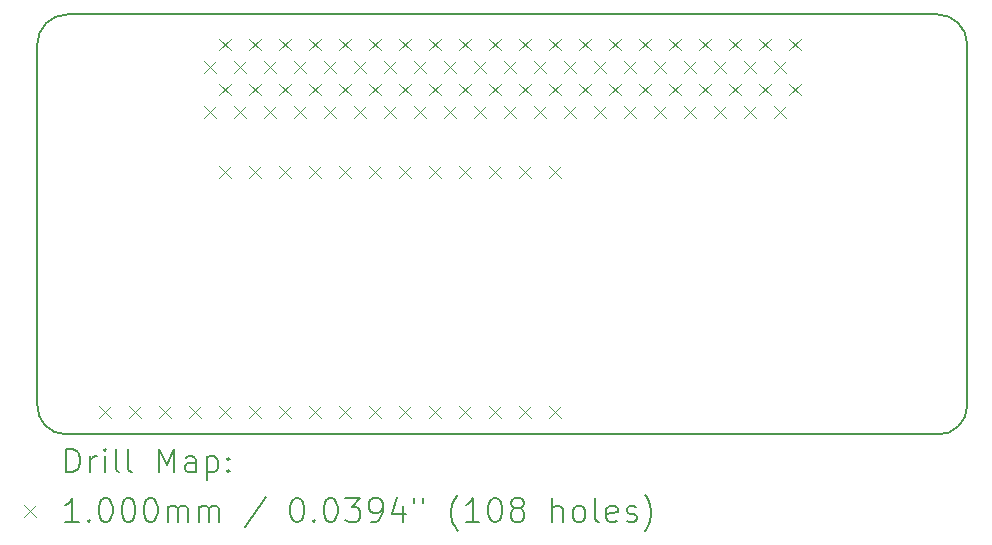
<source format=gbr>
%FSLAX45Y45*%
G04 Gerber Fmt 4.5, Leading zero omitted, Abs format (unit mm)*
G04 Created by KiCad (PCBNEW (6.0.5-0)) date 2022-06-07 21:39:39*
%MOMM*%
%LPD*%
G01*
G04 APERTURE LIST*
%TA.AperFunction,Profile*%
%ADD10C,0.150000*%
%TD*%
%TA.AperFunction,Profile*%
%ADD11C,0.200000*%
%TD*%
%ADD12C,0.200000*%
%ADD13C,0.100000*%
G04 APERTURE END LIST*
D10*
X12763500Y-9969500D02*
G75*
G03*
X13017500Y-9726395I10661J243105D01*
G01*
X5397500Y-6413500D02*
G75*
G03*
X5143500Y-6667500I0J-254000D01*
G01*
D11*
X13017500Y-6667500D02*
X13017500Y-9726395D01*
D10*
X13017500Y-6667500D02*
G75*
G03*
X12763500Y-6413500I-254000J0D01*
G01*
D11*
X12763500Y-9969500D02*
X5386605Y-9969500D01*
D10*
X5143500Y-9715500D02*
G75*
G03*
X5386605Y-9969500I243105J-10661D01*
G01*
D11*
X5397500Y-6413500D02*
X12763500Y-6413500D01*
X5143500Y-9715500D02*
X5143500Y-6667500D01*
D12*
D13*
X5665000Y-9729000D02*
X5765000Y-9829000D01*
X5765000Y-9729000D02*
X5665000Y-9829000D01*
X5919000Y-9729000D02*
X6019000Y-9829000D01*
X6019000Y-9729000D02*
X5919000Y-9829000D01*
X6173000Y-9729000D02*
X6273000Y-9829000D01*
X6273000Y-9729000D02*
X6173000Y-9829000D01*
X6427000Y-9729000D02*
X6527000Y-9829000D01*
X6527000Y-9729000D02*
X6427000Y-9829000D01*
X6554000Y-6809000D02*
X6654000Y-6909000D01*
X6654000Y-6809000D02*
X6554000Y-6909000D01*
X6554000Y-7189000D02*
X6654000Y-7289000D01*
X6654000Y-7189000D02*
X6554000Y-7289000D01*
X6681000Y-6619000D02*
X6781000Y-6719000D01*
X6781000Y-6619000D02*
X6681000Y-6719000D01*
X6681000Y-6999000D02*
X6781000Y-7099000D01*
X6781000Y-6999000D02*
X6681000Y-7099000D01*
X6681000Y-7697000D02*
X6781000Y-7797000D01*
X6781000Y-7697000D02*
X6681000Y-7797000D01*
X6681000Y-9729000D02*
X6781000Y-9829000D01*
X6781000Y-9729000D02*
X6681000Y-9829000D01*
X6808000Y-6809000D02*
X6908000Y-6909000D01*
X6908000Y-6809000D02*
X6808000Y-6909000D01*
X6808000Y-7189000D02*
X6908000Y-7289000D01*
X6908000Y-7189000D02*
X6808000Y-7289000D01*
X6935000Y-6619000D02*
X7035000Y-6719000D01*
X7035000Y-6619000D02*
X6935000Y-6719000D01*
X6935000Y-6999000D02*
X7035000Y-7099000D01*
X7035000Y-6999000D02*
X6935000Y-7099000D01*
X6935000Y-7697000D02*
X7035000Y-7797000D01*
X7035000Y-7697000D02*
X6935000Y-7797000D01*
X6935000Y-9729000D02*
X7035000Y-9829000D01*
X7035000Y-9729000D02*
X6935000Y-9829000D01*
X7062000Y-6809000D02*
X7162000Y-6909000D01*
X7162000Y-6809000D02*
X7062000Y-6909000D01*
X7062000Y-7189000D02*
X7162000Y-7289000D01*
X7162000Y-7189000D02*
X7062000Y-7289000D01*
X7189000Y-6619000D02*
X7289000Y-6719000D01*
X7289000Y-6619000D02*
X7189000Y-6719000D01*
X7189000Y-6999000D02*
X7289000Y-7099000D01*
X7289000Y-6999000D02*
X7189000Y-7099000D01*
X7189000Y-7697000D02*
X7289000Y-7797000D01*
X7289000Y-7697000D02*
X7189000Y-7797000D01*
X7189000Y-9729000D02*
X7289000Y-9829000D01*
X7289000Y-9729000D02*
X7189000Y-9829000D01*
X7316000Y-6809000D02*
X7416000Y-6909000D01*
X7416000Y-6809000D02*
X7316000Y-6909000D01*
X7316000Y-7189000D02*
X7416000Y-7289000D01*
X7416000Y-7189000D02*
X7316000Y-7289000D01*
X7443000Y-6619000D02*
X7543000Y-6719000D01*
X7543000Y-6619000D02*
X7443000Y-6719000D01*
X7443000Y-6999000D02*
X7543000Y-7099000D01*
X7543000Y-6999000D02*
X7443000Y-7099000D01*
X7443000Y-7697000D02*
X7543000Y-7797000D01*
X7543000Y-7697000D02*
X7443000Y-7797000D01*
X7443000Y-9729000D02*
X7543000Y-9829000D01*
X7543000Y-9729000D02*
X7443000Y-9829000D01*
X7570000Y-6809000D02*
X7670000Y-6909000D01*
X7670000Y-6809000D02*
X7570000Y-6909000D01*
X7570000Y-7189000D02*
X7670000Y-7289000D01*
X7670000Y-7189000D02*
X7570000Y-7289000D01*
X7697000Y-6619000D02*
X7797000Y-6719000D01*
X7797000Y-6619000D02*
X7697000Y-6719000D01*
X7697000Y-6999000D02*
X7797000Y-7099000D01*
X7797000Y-6999000D02*
X7697000Y-7099000D01*
X7697000Y-7697000D02*
X7797000Y-7797000D01*
X7797000Y-7697000D02*
X7697000Y-7797000D01*
X7697000Y-9729000D02*
X7797000Y-9829000D01*
X7797000Y-9729000D02*
X7697000Y-9829000D01*
X7824000Y-6809000D02*
X7924000Y-6909000D01*
X7924000Y-6809000D02*
X7824000Y-6909000D01*
X7824000Y-7189000D02*
X7924000Y-7289000D01*
X7924000Y-7189000D02*
X7824000Y-7289000D01*
X7951000Y-6619000D02*
X8051000Y-6719000D01*
X8051000Y-6619000D02*
X7951000Y-6719000D01*
X7951000Y-6999000D02*
X8051000Y-7099000D01*
X8051000Y-6999000D02*
X7951000Y-7099000D01*
X7951000Y-7697000D02*
X8051000Y-7797000D01*
X8051000Y-7697000D02*
X7951000Y-7797000D01*
X7951000Y-9729000D02*
X8051000Y-9829000D01*
X8051000Y-9729000D02*
X7951000Y-9829000D01*
X8078000Y-6809000D02*
X8178000Y-6909000D01*
X8178000Y-6809000D02*
X8078000Y-6909000D01*
X8078000Y-7189000D02*
X8178000Y-7289000D01*
X8178000Y-7189000D02*
X8078000Y-7289000D01*
X8205000Y-6619000D02*
X8305000Y-6719000D01*
X8305000Y-6619000D02*
X8205000Y-6719000D01*
X8205000Y-6999000D02*
X8305000Y-7099000D01*
X8305000Y-6999000D02*
X8205000Y-7099000D01*
X8205000Y-7697000D02*
X8305000Y-7797000D01*
X8305000Y-7697000D02*
X8205000Y-7797000D01*
X8205000Y-9729000D02*
X8305000Y-9829000D01*
X8305000Y-9729000D02*
X8205000Y-9829000D01*
X8332000Y-6809000D02*
X8432000Y-6909000D01*
X8432000Y-6809000D02*
X8332000Y-6909000D01*
X8332000Y-7189000D02*
X8432000Y-7289000D01*
X8432000Y-7189000D02*
X8332000Y-7289000D01*
X8459000Y-6619000D02*
X8559000Y-6719000D01*
X8559000Y-6619000D02*
X8459000Y-6719000D01*
X8459000Y-6999000D02*
X8559000Y-7099000D01*
X8559000Y-6999000D02*
X8459000Y-7099000D01*
X8459000Y-7697000D02*
X8559000Y-7797000D01*
X8559000Y-7697000D02*
X8459000Y-7797000D01*
X8459000Y-9729000D02*
X8559000Y-9829000D01*
X8559000Y-9729000D02*
X8459000Y-9829000D01*
X8586000Y-6809000D02*
X8686000Y-6909000D01*
X8686000Y-6809000D02*
X8586000Y-6909000D01*
X8586000Y-7189000D02*
X8686000Y-7289000D01*
X8686000Y-7189000D02*
X8586000Y-7289000D01*
X8713000Y-6619000D02*
X8813000Y-6719000D01*
X8813000Y-6619000D02*
X8713000Y-6719000D01*
X8713000Y-6999000D02*
X8813000Y-7099000D01*
X8813000Y-6999000D02*
X8713000Y-7099000D01*
X8713000Y-7697000D02*
X8813000Y-7797000D01*
X8813000Y-7697000D02*
X8713000Y-7797000D01*
X8713000Y-9729000D02*
X8813000Y-9829000D01*
X8813000Y-9729000D02*
X8713000Y-9829000D01*
X8840000Y-6809000D02*
X8940000Y-6909000D01*
X8940000Y-6809000D02*
X8840000Y-6909000D01*
X8840000Y-7189000D02*
X8940000Y-7289000D01*
X8940000Y-7189000D02*
X8840000Y-7289000D01*
X8967000Y-6619000D02*
X9067000Y-6719000D01*
X9067000Y-6619000D02*
X8967000Y-6719000D01*
X8967000Y-6999000D02*
X9067000Y-7099000D01*
X9067000Y-6999000D02*
X8967000Y-7099000D01*
X8967000Y-7697000D02*
X9067000Y-7797000D01*
X9067000Y-7697000D02*
X8967000Y-7797000D01*
X8967000Y-9729000D02*
X9067000Y-9829000D01*
X9067000Y-9729000D02*
X8967000Y-9829000D01*
X9094000Y-6809000D02*
X9194000Y-6909000D01*
X9194000Y-6809000D02*
X9094000Y-6909000D01*
X9094000Y-7189000D02*
X9194000Y-7289000D01*
X9194000Y-7189000D02*
X9094000Y-7289000D01*
X9221000Y-6619000D02*
X9321000Y-6719000D01*
X9321000Y-6619000D02*
X9221000Y-6719000D01*
X9221000Y-6999000D02*
X9321000Y-7099000D01*
X9321000Y-6999000D02*
X9221000Y-7099000D01*
X9221000Y-7697000D02*
X9321000Y-7797000D01*
X9321000Y-7697000D02*
X9221000Y-7797000D01*
X9221000Y-9729000D02*
X9321000Y-9829000D01*
X9321000Y-9729000D02*
X9221000Y-9829000D01*
X9348000Y-6809000D02*
X9448000Y-6909000D01*
X9448000Y-6809000D02*
X9348000Y-6909000D01*
X9348000Y-7189000D02*
X9448000Y-7289000D01*
X9448000Y-7189000D02*
X9348000Y-7289000D01*
X9475000Y-6619000D02*
X9575000Y-6719000D01*
X9575000Y-6619000D02*
X9475000Y-6719000D01*
X9475000Y-6999000D02*
X9575000Y-7099000D01*
X9575000Y-6999000D02*
X9475000Y-7099000D01*
X9475000Y-7697000D02*
X9575000Y-7797000D01*
X9575000Y-7697000D02*
X9475000Y-7797000D01*
X9475000Y-9729000D02*
X9575000Y-9829000D01*
X9575000Y-9729000D02*
X9475000Y-9829000D01*
X9602000Y-6809000D02*
X9702000Y-6909000D01*
X9702000Y-6809000D02*
X9602000Y-6909000D01*
X9602000Y-7189000D02*
X9702000Y-7289000D01*
X9702000Y-7189000D02*
X9602000Y-7289000D01*
X9729000Y-6619000D02*
X9829000Y-6719000D01*
X9829000Y-6619000D02*
X9729000Y-6719000D01*
X9729000Y-6999000D02*
X9829000Y-7099000D01*
X9829000Y-6999000D02*
X9729000Y-7099000D01*
X9856000Y-6809000D02*
X9956000Y-6909000D01*
X9956000Y-6809000D02*
X9856000Y-6909000D01*
X9856000Y-7189000D02*
X9956000Y-7289000D01*
X9956000Y-7189000D02*
X9856000Y-7289000D01*
X9983000Y-6619000D02*
X10083000Y-6719000D01*
X10083000Y-6619000D02*
X9983000Y-6719000D01*
X9983000Y-6999000D02*
X10083000Y-7099000D01*
X10083000Y-6999000D02*
X9983000Y-7099000D01*
X10110000Y-6809000D02*
X10210000Y-6909000D01*
X10210000Y-6809000D02*
X10110000Y-6909000D01*
X10110000Y-7189000D02*
X10210000Y-7289000D01*
X10210000Y-7189000D02*
X10110000Y-7289000D01*
X10237000Y-6619000D02*
X10337000Y-6719000D01*
X10337000Y-6619000D02*
X10237000Y-6719000D01*
X10237000Y-6999000D02*
X10337000Y-7099000D01*
X10337000Y-6999000D02*
X10237000Y-7099000D01*
X10364000Y-6809000D02*
X10464000Y-6909000D01*
X10464000Y-6809000D02*
X10364000Y-6909000D01*
X10364000Y-7189000D02*
X10464000Y-7289000D01*
X10464000Y-7189000D02*
X10364000Y-7289000D01*
X10491000Y-6619000D02*
X10591000Y-6719000D01*
X10591000Y-6619000D02*
X10491000Y-6719000D01*
X10491000Y-6999000D02*
X10591000Y-7099000D01*
X10591000Y-6999000D02*
X10491000Y-7099000D01*
X10618000Y-6809000D02*
X10718000Y-6909000D01*
X10718000Y-6809000D02*
X10618000Y-6909000D01*
X10618000Y-7189000D02*
X10718000Y-7289000D01*
X10718000Y-7189000D02*
X10618000Y-7289000D01*
X10745000Y-6619000D02*
X10845000Y-6719000D01*
X10845000Y-6619000D02*
X10745000Y-6719000D01*
X10745000Y-6999000D02*
X10845000Y-7099000D01*
X10845000Y-6999000D02*
X10745000Y-7099000D01*
X10872000Y-6809000D02*
X10972000Y-6909000D01*
X10972000Y-6809000D02*
X10872000Y-6909000D01*
X10872000Y-7189000D02*
X10972000Y-7289000D01*
X10972000Y-7189000D02*
X10872000Y-7289000D01*
X10999000Y-6619000D02*
X11099000Y-6719000D01*
X11099000Y-6619000D02*
X10999000Y-6719000D01*
X10999000Y-6999000D02*
X11099000Y-7099000D01*
X11099000Y-6999000D02*
X10999000Y-7099000D01*
X11126000Y-6809000D02*
X11226000Y-6909000D01*
X11226000Y-6809000D02*
X11126000Y-6909000D01*
X11126000Y-7189000D02*
X11226000Y-7289000D01*
X11226000Y-7189000D02*
X11126000Y-7289000D01*
X11253000Y-6619000D02*
X11353000Y-6719000D01*
X11353000Y-6619000D02*
X11253000Y-6719000D01*
X11253000Y-6999000D02*
X11353000Y-7099000D01*
X11353000Y-6999000D02*
X11253000Y-7099000D01*
X11380000Y-6809000D02*
X11480000Y-6909000D01*
X11480000Y-6809000D02*
X11380000Y-6909000D01*
X11380000Y-7189000D02*
X11480000Y-7289000D01*
X11480000Y-7189000D02*
X11380000Y-7289000D01*
X11507000Y-6619000D02*
X11607000Y-6719000D01*
X11607000Y-6619000D02*
X11507000Y-6719000D01*
X11507000Y-6999000D02*
X11607000Y-7099000D01*
X11607000Y-6999000D02*
X11507000Y-7099000D01*
D12*
X5391119Y-10289976D02*
X5391119Y-10089976D01*
X5438738Y-10089976D01*
X5467310Y-10099500D01*
X5486357Y-10118548D01*
X5495881Y-10137595D01*
X5505405Y-10175690D01*
X5505405Y-10204262D01*
X5495881Y-10242357D01*
X5486357Y-10261405D01*
X5467310Y-10280452D01*
X5438738Y-10289976D01*
X5391119Y-10289976D01*
X5591119Y-10289976D02*
X5591119Y-10156643D01*
X5591119Y-10194738D02*
X5600643Y-10175690D01*
X5610167Y-10166167D01*
X5629214Y-10156643D01*
X5648262Y-10156643D01*
X5714928Y-10289976D02*
X5714928Y-10156643D01*
X5714928Y-10089976D02*
X5705405Y-10099500D01*
X5714928Y-10109024D01*
X5724452Y-10099500D01*
X5714928Y-10089976D01*
X5714928Y-10109024D01*
X5838738Y-10289976D02*
X5819690Y-10280452D01*
X5810167Y-10261405D01*
X5810167Y-10089976D01*
X5943500Y-10289976D02*
X5924452Y-10280452D01*
X5914928Y-10261405D01*
X5914928Y-10089976D01*
X6172071Y-10289976D02*
X6172071Y-10089976D01*
X6238738Y-10232833D01*
X6305405Y-10089976D01*
X6305405Y-10289976D01*
X6486357Y-10289976D02*
X6486357Y-10185214D01*
X6476833Y-10166167D01*
X6457786Y-10156643D01*
X6419690Y-10156643D01*
X6400643Y-10166167D01*
X6486357Y-10280452D02*
X6467309Y-10289976D01*
X6419690Y-10289976D01*
X6400643Y-10280452D01*
X6391119Y-10261405D01*
X6391119Y-10242357D01*
X6400643Y-10223310D01*
X6419690Y-10213786D01*
X6467309Y-10213786D01*
X6486357Y-10204262D01*
X6581595Y-10156643D02*
X6581595Y-10356643D01*
X6581595Y-10166167D02*
X6600643Y-10156643D01*
X6638738Y-10156643D01*
X6657786Y-10166167D01*
X6667309Y-10175690D01*
X6676833Y-10194738D01*
X6676833Y-10251881D01*
X6667309Y-10270929D01*
X6657786Y-10280452D01*
X6638738Y-10289976D01*
X6600643Y-10289976D01*
X6581595Y-10280452D01*
X6762548Y-10270929D02*
X6772071Y-10280452D01*
X6762548Y-10289976D01*
X6753024Y-10280452D01*
X6762548Y-10270929D01*
X6762548Y-10289976D01*
X6762548Y-10166167D02*
X6772071Y-10175690D01*
X6762548Y-10185214D01*
X6753024Y-10175690D01*
X6762548Y-10166167D01*
X6762548Y-10185214D01*
D13*
X5033500Y-10569500D02*
X5133500Y-10669500D01*
X5133500Y-10569500D02*
X5033500Y-10669500D01*
D12*
X5495881Y-10709976D02*
X5381595Y-10709976D01*
X5438738Y-10709976D02*
X5438738Y-10509976D01*
X5419690Y-10538548D01*
X5400643Y-10557595D01*
X5381595Y-10567119D01*
X5581595Y-10690929D02*
X5591119Y-10700452D01*
X5581595Y-10709976D01*
X5572071Y-10700452D01*
X5581595Y-10690929D01*
X5581595Y-10709976D01*
X5714928Y-10509976D02*
X5733976Y-10509976D01*
X5753024Y-10519500D01*
X5762548Y-10529024D01*
X5772071Y-10548071D01*
X5781595Y-10586167D01*
X5781595Y-10633786D01*
X5772071Y-10671881D01*
X5762548Y-10690929D01*
X5753024Y-10700452D01*
X5733976Y-10709976D01*
X5714928Y-10709976D01*
X5695881Y-10700452D01*
X5686357Y-10690929D01*
X5676833Y-10671881D01*
X5667309Y-10633786D01*
X5667309Y-10586167D01*
X5676833Y-10548071D01*
X5686357Y-10529024D01*
X5695881Y-10519500D01*
X5714928Y-10509976D01*
X5905405Y-10509976D02*
X5924452Y-10509976D01*
X5943500Y-10519500D01*
X5953024Y-10529024D01*
X5962548Y-10548071D01*
X5972071Y-10586167D01*
X5972071Y-10633786D01*
X5962548Y-10671881D01*
X5953024Y-10690929D01*
X5943500Y-10700452D01*
X5924452Y-10709976D01*
X5905405Y-10709976D01*
X5886357Y-10700452D01*
X5876833Y-10690929D01*
X5867309Y-10671881D01*
X5857786Y-10633786D01*
X5857786Y-10586167D01*
X5867309Y-10548071D01*
X5876833Y-10529024D01*
X5886357Y-10519500D01*
X5905405Y-10509976D01*
X6095881Y-10509976D02*
X6114928Y-10509976D01*
X6133976Y-10519500D01*
X6143500Y-10529024D01*
X6153024Y-10548071D01*
X6162548Y-10586167D01*
X6162548Y-10633786D01*
X6153024Y-10671881D01*
X6143500Y-10690929D01*
X6133976Y-10700452D01*
X6114928Y-10709976D01*
X6095881Y-10709976D01*
X6076833Y-10700452D01*
X6067309Y-10690929D01*
X6057786Y-10671881D01*
X6048262Y-10633786D01*
X6048262Y-10586167D01*
X6057786Y-10548071D01*
X6067309Y-10529024D01*
X6076833Y-10519500D01*
X6095881Y-10509976D01*
X6248262Y-10709976D02*
X6248262Y-10576643D01*
X6248262Y-10595690D02*
X6257786Y-10586167D01*
X6276833Y-10576643D01*
X6305405Y-10576643D01*
X6324452Y-10586167D01*
X6333976Y-10605214D01*
X6333976Y-10709976D01*
X6333976Y-10605214D02*
X6343500Y-10586167D01*
X6362548Y-10576643D01*
X6391119Y-10576643D01*
X6410167Y-10586167D01*
X6419690Y-10605214D01*
X6419690Y-10709976D01*
X6514928Y-10709976D02*
X6514928Y-10576643D01*
X6514928Y-10595690D02*
X6524452Y-10586167D01*
X6543500Y-10576643D01*
X6572071Y-10576643D01*
X6591119Y-10586167D01*
X6600643Y-10605214D01*
X6600643Y-10709976D01*
X6600643Y-10605214D02*
X6610167Y-10586167D01*
X6629214Y-10576643D01*
X6657786Y-10576643D01*
X6676833Y-10586167D01*
X6686357Y-10605214D01*
X6686357Y-10709976D01*
X7076833Y-10500452D02*
X6905405Y-10757595D01*
X7333976Y-10509976D02*
X7353024Y-10509976D01*
X7372071Y-10519500D01*
X7381595Y-10529024D01*
X7391119Y-10548071D01*
X7400643Y-10586167D01*
X7400643Y-10633786D01*
X7391119Y-10671881D01*
X7381595Y-10690929D01*
X7372071Y-10700452D01*
X7353024Y-10709976D01*
X7333976Y-10709976D01*
X7314928Y-10700452D01*
X7305405Y-10690929D01*
X7295881Y-10671881D01*
X7286357Y-10633786D01*
X7286357Y-10586167D01*
X7295881Y-10548071D01*
X7305405Y-10529024D01*
X7314928Y-10519500D01*
X7333976Y-10509976D01*
X7486357Y-10690929D02*
X7495881Y-10700452D01*
X7486357Y-10709976D01*
X7476833Y-10700452D01*
X7486357Y-10690929D01*
X7486357Y-10709976D01*
X7619690Y-10509976D02*
X7638738Y-10509976D01*
X7657786Y-10519500D01*
X7667309Y-10529024D01*
X7676833Y-10548071D01*
X7686357Y-10586167D01*
X7686357Y-10633786D01*
X7676833Y-10671881D01*
X7667309Y-10690929D01*
X7657786Y-10700452D01*
X7638738Y-10709976D01*
X7619690Y-10709976D01*
X7600643Y-10700452D01*
X7591119Y-10690929D01*
X7581595Y-10671881D01*
X7572071Y-10633786D01*
X7572071Y-10586167D01*
X7581595Y-10548071D01*
X7591119Y-10529024D01*
X7600643Y-10519500D01*
X7619690Y-10509976D01*
X7753024Y-10509976D02*
X7876833Y-10509976D01*
X7810167Y-10586167D01*
X7838738Y-10586167D01*
X7857786Y-10595690D01*
X7867309Y-10605214D01*
X7876833Y-10624262D01*
X7876833Y-10671881D01*
X7867309Y-10690929D01*
X7857786Y-10700452D01*
X7838738Y-10709976D01*
X7781595Y-10709976D01*
X7762548Y-10700452D01*
X7753024Y-10690929D01*
X7972071Y-10709976D02*
X8010167Y-10709976D01*
X8029214Y-10700452D01*
X8038738Y-10690929D01*
X8057786Y-10662357D01*
X8067309Y-10624262D01*
X8067309Y-10548071D01*
X8057786Y-10529024D01*
X8048262Y-10519500D01*
X8029214Y-10509976D01*
X7991119Y-10509976D01*
X7972071Y-10519500D01*
X7962548Y-10529024D01*
X7953024Y-10548071D01*
X7953024Y-10595690D01*
X7962548Y-10614738D01*
X7972071Y-10624262D01*
X7991119Y-10633786D01*
X8029214Y-10633786D01*
X8048262Y-10624262D01*
X8057786Y-10614738D01*
X8067309Y-10595690D01*
X8238738Y-10576643D02*
X8238738Y-10709976D01*
X8191119Y-10500452D02*
X8143500Y-10643310D01*
X8267309Y-10643310D01*
X8333976Y-10509976D02*
X8333976Y-10548071D01*
X8410167Y-10509976D02*
X8410167Y-10548071D01*
X8705405Y-10786167D02*
X8695881Y-10776643D01*
X8676833Y-10748071D01*
X8667310Y-10729024D01*
X8657786Y-10700452D01*
X8648262Y-10652833D01*
X8648262Y-10614738D01*
X8657786Y-10567119D01*
X8667310Y-10538548D01*
X8676833Y-10519500D01*
X8695881Y-10490929D01*
X8705405Y-10481405D01*
X8886357Y-10709976D02*
X8772071Y-10709976D01*
X8829214Y-10709976D02*
X8829214Y-10509976D01*
X8810167Y-10538548D01*
X8791119Y-10557595D01*
X8772071Y-10567119D01*
X9010167Y-10509976D02*
X9029214Y-10509976D01*
X9048262Y-10519500D01*
X9057786Y-10529024D01*
X9067310Y-10548071D01*
X9076833Y-10586167D01*
X9076833Y-10633786D01*
X9067310Y-10671881D01*
X9057786Y-10690929D01*
X9048262Y-10700452D01*
X9029214Y-10709976D01*
X9010167Y-10709976D01*
X8991119Y-10700452D01*
X8981595Y-10690929D01*
X8972071Y-10671881D01*
X8962548Y-10633786D01*
X8962548Y-10586167D01*
X8972071Y-10548071D01*
X8981595Y-10529024D01*
X8991119Y-10519500D01*
X9010167Y-10509976D01*
X9191119Y-10595690D02*
X9172071Y-10586167D01*
X9162548Y-10576643D01*
X9153024Y-10557595D01*
X9153024Y-10548071D01*
X9162548Y-10529024D01*
X9172071Y-10519500D01*
X9191119Y-10509976D01*
X9229214Y-10509976D01*
X9248262Y-10519500D01*
X9257786Y-10529024D01*
X9267310Y-10548071D01*
X9267310Y-10557595D01*
X9257786Y-10576643D01*
X9248262Y-10586167D01*
X9229214Y-10595690D01*
X9191119Y-10595690D01*
X9172071Y-10605214D01*
X9162548Y-10614738D01*
X9153024Y-10633786D01*
X9153024Y-10671881D01*
X9162548Y-10690929D01*
X9172071Y-10700452D01*
X9191119Y-10709976D01*
X9229214Y-10709976D01*
X9248262Y-10700452D01*
X9257786Y-10690929D01*
X9267310Y-10671881D01*
X9267310Y-10633786D01*
X9257786Y-10614738D01*
X9248262Y-10605214D01*
X9229214Y-10595690D01*
X9505405Y-10709976D02*
X9505405Y-10509976D01*
X9591119Y-10709976D02*
X9591119Y-10605214D01*
X9581595Y-10586167D01*
X9562548Y-10576643D01*
X9533976Y-10576643D01*
X9514929Y-10586167D01*
X9505405Y-10595690D01*
X9714929Y-10709976D02*
X9695881Y-10700452D01*
X9686357Y-10690929D01*
X9676833Y-10671881D01*
X9676833Y-10614738D01*
X9686357Y-10595690D01*
X9695881Y-10586167D01*
X9714929Y-10576643D01*
X9743500Y-10576643D01*
X9762548Y-10586167D01*
X9772071Y-10595690D01*
X9781595Y-10614738D01*
X9781595Y-10671881D01*
X9772071Y-10690929D01*
X9762548Y-10700452D01*
X9743500Y-10709976D01*
X9714929Y-10709976D01*
X9895881Y-10709976D02*
X9876833Y-10700452D01*
X9867310Y-10681405D01*
X9867310Y-10509976D01*
X10048262Y-10700452D02*
X10029214Y-10709976D01*
X9991119Y-10709976D01*
X9972071Y-10700452D01*
X9962548Y-10681405D01*
X9962548Y-10605214D01*
X9972071Y-10586167D01*
X9991119Y-10576643D01*
X10029214Y-10576643D01*
X10048262Y-10586167D01*
X10057786Y-10605214D01*
X10057786Y-10624262D01*
X9962548Y-10643310D01*
X10133976Y-10700452D02*
X10153024Y-10709976D01*
X10191119Y-10709976D01*
X10210167Y-10700452D01*
X10219690Y-10681405D01*
X10219690Y-10671881D01*
X10210167Y-10652833D01*
X10191119Y-10643310D01*
X10162548Y-10643310D01*
X10143500Y-10633786D01*
X10133976Y-10614738D01*
X10133976Y-10605214D01*
X10143500Y-10586167D01*
X10162548Y-10576643D01*
X10191119Y-10576643D01*
X10210167Y-10586167D01*
X10286357Y-10786167D02*
X10295881Y-10776643D01*
X10314929Y-10748071D01*
X10324452Y-10729024D01*
X10333976Y-10700452D01*
X10343500Y-10652833D01*
X10343500Y-10614738D01*
X10333976Y-10567119D01*
X10324452Y-10538548D01*
X10314929Y-10519500D01*
X10295881Y-10490929D01*
X10286357Y-10481405D01*
M02*

</source>
